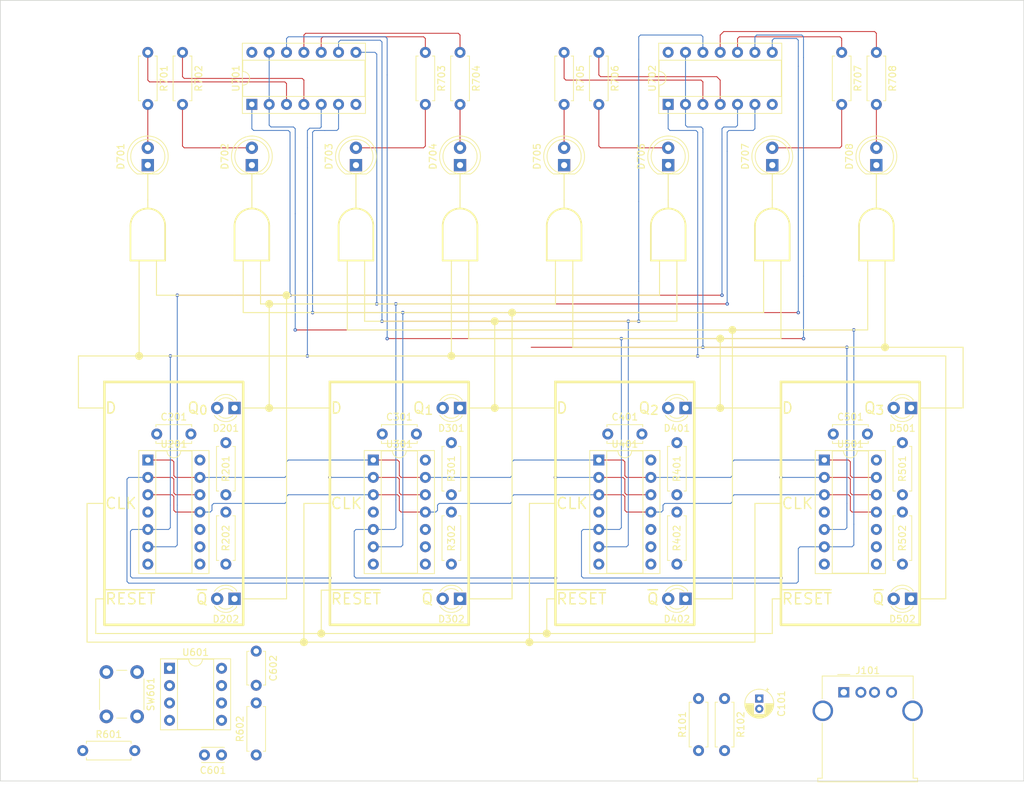
<source format=kicad_pcb>
(kicad_pcb (version 20211014) (generator pcbnew)
  (layers (0 "F.Cu" signal) (31 "B.Cu" signal) (34 "B.Paste" user) (35 "F.Paste" user) (36 "B.SilkS" user "B.Silkscreen") (37 "F.SilkS" user "F.Silkscreen") (38 "B.Mask" user) (39 "F.Mask" user) (44 "Edge.Cuts" user))
  (net 0 "")
  (net 1 "/~{RESET}")
  (net 2 "GND")
  (net 3 "+5V")
  (net 4 "Net-(J101-Pad2)")
  (net 6 "Net-(C601-Pad1)")
  (net 7 "Net-(C602-Pad2)")
  (net 8 "Net-(R601-Pad2)")
  (net 9 "/~{Q_{3}}")
  (net 10 "Net-(D202-Pad2)")
  (net 11 "Net-(D301-Pad2)")
  (net 12 "Net-(D302-Pad2)")
  (net 13 "Net-(D402-Pad2)")
  (net 14 "Net-(R202-Pad1)")
  (net 15 "Net-(R301-Pad1)")
  (net 16 "Net-(R302-Pad1)")
  (net 17 "Net-(R402-Pad1)")
  (net 18 "/CLOCK")
  (net 19 "/Q_{0}")
  (net 20 "/~{Q_{0}}")
  (net 21 "/Q_{1}")
  (net 22 "Net-(D201-Pad2)")
  (net 23 "Net-(D401-Pad2)")
  (net 24 "Net-(D501-Pad2)")
  (net 25 "Net-(D502-Pad2)")
  (net 26 "Net-(R201-Pad1)")
  (net 27 "Net-(R401-Pad1)")
  (net 28 "Net-(R501-Pad1)")
  (net 29 "Net-(R502-Pad1)")
  (net 30 "/~{Q_{1}}")
  (net 31 "/Q_{2}")
  (net 32 "/~{Q_{2}}")
  (net 33 "/Q_{3}")
  (net 34 "/Decoder/Out0")
  (net 35 "/Decoder/Out1")
  (net 36 "/Decoder/Out2")
  (net 37 "/Decoder/Out3")
  (net 38 "Net-(R702-Pad1)")
  (net 39 "Net-(R703-Pad1)")
  (net 40 "Net-(R704-Pad1)")
  (net 41 "Net-(U701-Pad3)")
  (net 42 "/Decoder/Out4")
  (net 43 "/Decoder/Out5")
  (net 44 "/Decoder/Out6")
  (net 45 "/Decoder/Out7")
  (net 46 "Net-(R705-Pad1)")
  (net 47 "Net-(R706-Pad1)")
  (net 48 "Net-(R707-Pad1)")
  (net 49 "Net-(R708-Pad1)")
  (footprint "Resistor_THT:R_Axial_DIN0207_L6.3mm_D2.5mm_P7.62mm_Horizontal" (layer "F.Cu") (at 191.77 52.07 -90)
    (fp_text reference "R706")
    (fp_text value "4k7")
  )
  (footprint "LED_THT:LED_D5.0mm" (layer "F.Cu") (at 140.97 68.58 90)
    (fp_text reference "D702")
    (fp_text value "LED")
  )
  (footprint "Package_DIP:DIP-14_W7.62mm_Socket" (layer "F.Cu") (at 201.925 59.68 90)
    (fp_text reference "U702")
    (fp_text value "4081")
  )
  (footprint "Resistor_THT:R_Axial_DIN0207_L6.3mm_D2.5mm_P7.62mm_Horizontal" (layer "F.Cu") (at 137.16 116.84 90)
    (fp_text reference "R201")
    (fp_text value "4k7")
  )
  (footprint "Resistor_THT:R_Axial_DIN0207_L6.3mm_D2.5mm_P7.62mm_Horizontal" (layer "F.Cu") (at 236.22 116.84 90)
    (fp_text reference "R501")
    (fp_text value "4k7")
  )
  (footprint "LED_THT:LED_D3.0mm" (layer "F.Cu") (at 138.43 132.08 180)
    (fp_text reference "D202")
    (fp_text value "LED")
  )
  (footprint "Resistor_THT:R_Axial_DIN0207_L6.3mm_D2.5mm_P7.62mm_Horizontal" (layer "F.Cu") (at 186.69 52.07 -90)
    (fp_text reference "R705")
    (fp_text value "4k7")
  )
  (footprint "Resistor_THT:R_Axial_DIN0207_L6.3mm_D2.5mm_P7.62mm_Horizontal" (layer "F.Cu") (at 171.45 52.07 -90)
    (fp_text reference "R704")
    (fp_text value "4k7")
  )
  (footprint "LED_THT:LED_D3.0mm" (layer "F.Cu") (at 237.49 104.14 180)
    (fp_text reference "D501")
    (fp_text value "LED")
  )
  (footprint "Resistor_THT:R_Axial_DIN0207_L6.3mm_D2.5mm_P7.62mm_Horizontal" (layer "F.Cu") (at 232.41 52.07 -90)
    (fp_text reference "R708")
    (fp_text value "4k7")
  )
  (footprint "Resistor_THT:R_Axial_DIN0207_L6.3mm_D2.5mm_P7.62mm_Horizontal" (layer "F.Cu") (at 130.81 52.07 -90)
    (fp_text reference "R702")
    (fp_text value "4k7")
  )
  (footprint "Resistor_THT:R_Axial_DIN0207_L6.3mm_D2.5mm_P7.62mm_Horizontal" (layer "F.Cu") (at 203.2 116.84 90)
    (fp_text reference "R401")
    (fp_text value "4k7")
  )
  (footprint "Package_DIP:DIP-14_W7.62mm_Socket" (layer "F.Cu") (at 191.77 111.76)
    (fp_text reference "U401")
    (fp_text value "74HC74")
  )
  (footprint "Resistor_THT:R_Axial_DIN0207_L6.3mm_D2.5mm_P7.62mm_Horizontal" (layer "F.Cu") (at 116.205 154.305)
    (fp_text reference "R601")
    (fp_text value "22k")
  )
  (footprint "Resistor_THT:R_Axial_DIN0207_L6.3mm_D2.5mm_P7.62mm_Horizontal" (layer "F.Cu") (at 210.185 146.685 -90)
    (fp_text reference "R102")
    (fp_text value "100k")
  )
  (footprint "Resistor_THT:R_Axial_DIN0207_L6.3mm_D2.5mm_P7.62mm_Horizontal" (layer "F.Cu") (at 206.375 154.305 90)
    (fp_text reference "R101")
    (fp_text value "1k")
  )
  (footprint "Resistor_THT:R_Axial_DIN0207_L6.3mm_D2.5mm_P7.62mm_Horizontal" (layer "F.Cu") (at 137.16 119.38 -90)
    (fp_text reference "R202")
    (fp_text value "4k7")
  )
  (footprint "Capacitor_THT:C_Disc_D5.0mm_W2.5mm_P5.00mm" (layer "F.Cu") (at 226.1 107.95)
    (fp_text reference "C501")
    (fp_text value "100n")
  )
  (footprint "Capacitor_THT:C_Disc_D3.0mm_W2.0mm_P2.50mm" (layer "F.Cu") (at 136.525 154.94 180)
    (fp_text reference "C601")
    (fp_text value "10nF")
  )
  (footprint "LED_THT:LED_D3.0mm" (layer "F.Cu") (at 171.45 104.14 180)
    (fp_text reference "D301")
    (fp_text value "LED")
  )
  (footprint "Capacitor_THT:CP_Radial_D4.0mm_P1.50mm" (layer "F.Cu") (at 215.265 146.685 -90)
    (fp_text reference "C101")
    (fp_text value "10u")
  )
  (footprint "Package_DIP:DIP-14_W7.62mm_Socket" (layer "F.Cu") (at 158.75 111.76)
    (fp_text reference "U301")
    (fp_text value "74HC74")
  )
  (footprint "Capacitor_THT:C_Disc_D5.0mm_W2.5mm_P5.00mm" (layer "F.Cu") (at 127.04 107.95)
    (fp_text reference "C201")
    (fp_text value "100n")
  )
  (footprint "Package_DIP:DIP-14_W7.62mm_Socket" (layer "F.Cu") (at 140.965 59.68 90)
    (fp_text reference "U701")
    (fp_text value "4081")
  )
  (footprint "LED_THT:LED_D5.0mm" (layer "F.Cu") (at 232.41 68.58 90)
    (fp_text reference "D708")
    (fp_text value "LED")
  )
  (footprint "Resistor_THT:R_Axial_DIN0207_L6.3mm_D2.5mm_P7.62mm_Horizontal" (layer "F.Cu") (at 170.18 116.84 90)
    (fp_text reference "R301")
    (fp_text value "4k7")
  )
  (footprint "Capacitor_THT:C_Disc_D5.0mm_W2.5mm_P5.00mm" (layer "F.Cu") (at 160.06 107.95)
    (fp_text reference "C301")
    (fp_text value "100n")
  )
  (footprint "Resistor_THT:R_Axial_DIN0207_L6.3mm_D2.5mm_P7.62mm_Horizontal" (layer "F.Cu") (at 170.18 119.38 -90)
    (fp_text reference "R302")
    (fp_text value "4k7")
  )
  (footprint "Resistor_THT:R_Axial_DIN0207_L6.3mm_D2.5mm_P7.62mm_Horizontal" (layer "F.Cu") (at 227.33 52.07 -90)
    (fp_text reference "R707")
    (fp_text value "4k7")
  )
  (footprint "LED_THT:LED_D5.0mm" (layer "F.Cu") (at 156.21 68.58 90)
    (fp_text reference "D703")
    (fp_text value "LED")
  )
  (footprint "Button_Switch_THT:SW_PUSH_6mm_H4.3mm" (layer "F.Cu") (at 124.17 142.8 -90)
    (fp_text reference "SW601")
    (fp_text value "SW_Push")
  )
  (footprint "Resistor_THT:R_Axial_DIN0207_L6.3mm_D2.5mm_P7.62mm_Horizontal" (layer "F.Cu") (at 141.605 154.94 90)
    (fp_text reference "R602")
    (fp_text value "1M")
  )
  (footprint "LED_THT:LED_D3.0mm" (layer "F.Cu") (at 138.43 104.14 180)
    (fp_text reference "D201")
    (fp_text value "LED")
  )
  (footprint "LED_THT:LED_D5.0mm" (layer "F.Cu") (at 186.69 68.58 90)
    (fp_text reference "D705")
    (fp_text value "LED")
  )
  (footprint "LED_THT:LED_D3.0mm" (layer "F.Cu") (at 204.47 104.14 180)
    (fp_text reference "D401")
    (fp_text value "LED")
  )
  (footprint "Capacitor_THT:C_Disc_D5.0mm_W2.5mm_P5.00mm" (layer "F.Cu") (at 193.08 107.95)
    (fp_text reference "C401")
    (fp_text value "100n")
  )
  (footprint "Package_DIP:DIP-14_W7.62mm_Socket" (layer "F.Cu") (at 125.74 111.76)
    (fp_text reference "U201")
    (fp_text value "74HC74")
  )
  (footprint "LED_THT:LED_D5.0mm" (layer "F.Cu") (at 125.73 68.58 90)
    (fp_text reference "D701")
    (fp_text value "LED")
  )
  (footprint "LED_THT:LED_D3.0mm" (layer "F.Cu") (at 237.49 132.08 180)
    (fp_text reference "D502")
    (fp_text value "LED")
  )
  (footprint "LED_THT:LED_D3.0mm" (layer "F.Cu") (at 171.45 132.08 180)
    (fp_text reference "D302")
    (fp_text value "LED")
  )
  (footprint "Resistor_THT:R_Axial_DIN0207_L6.3mm_D2.5mm_P7.62mm_Horizontal" (layer "F.Cu") (at 166.37 52.07 -90)
    (fp_text reference "R703")
    (fp_text value "4k7")
  )
  (footprint "LED_THT:LED_D5.0mm" (layer "F.Cu") (at 171.45 68.58 90)
    (fp_text reference "D704")
    (fp_text value "LED")
  )
  (footprint "Resistor_THT:R_Axial_DIN0207_L6.3mm_D2.5mm_P7.62mm_Horizontal" (layer "F.Cu") (at 203.2 119.38 -90)
    (fp_text reference "R402")
    (fp_text value "4k7")
  )
  (footprint "Resistor_THT:R_Axial_DIN0207_L6.3mm_D2.5mm_P7.62mm_Horizontal" (layer "F.Cu") (at 236.22 119.38 -90)
    (fp_text reference "R502")
    (fp_text value "4k7")
  )
  (footprint "Package_DIP:DIP-14_W7.62mm_Socket" (layer "F.Cu") (at 224.79 111.76)
    (fp_text reference "U501")
    (fp_text value "74HC74")
  )
  (footprint "LED_THT:LED_D5.0mm" (layer "F.Cu") (at 217.17 68.58 90)
    (fp_text reference "D707")
    (fp_text value "LED")
  )
  (footprint "Package_DIP:DIP-8_W7.62mm_Socket" (layer "F.Cu") (at 128.915 142.25)
    (fp_text reference "U601")
    (fp_text value "LM555xM")
  )
  (footprint "Connector_USB:USB_A_Molex_67643_Horizontal" (layer "F.Cu") (at 227.64 145.77)
    (fp_text reference "J101")
    (fp_text value "USB_A")
  )
  (footprint "LED_THT:LED_D3.0mm" (layer "F.Cu") (at 204.47 132.08 180)
    (fp_text reference "D402")
    (fp_text value "LED")
  )
  (footprint "LED_THT:LED_D5.0mm" (layer "F.Cu") (at 201.93 68.58 90)
    (fp_text reference "D706")
    (fp_text value "LED")
  )
  (footprint "Capacitor_THT:C_Disc_D4.7mm_W2.5mm_P5.00mm" (layer "F.Cu") (at 141.605 139.74 -90)
    (fp_text reference "C602")
    (fp_text value "0.1u")
  )
  (footprint "Resistor_THT:R_Axial_DIN0207_L6.3mm_D2.5mm_P7.62mm_Horizontal" (layer "F.Cu") (at 125.73 52.07 -90)
    (fp_text reference "R701")
    (fp_text value "4k7")
  )
  (gr_line (start 187.96 83.82) (end 187.96 82.55) (layer "F.SilkS") (width 0.15))
  (gr_line (start 143.51 82.55) (end 143.51 77.47) (layer "F.SilkS") (width 0.254))
  (gr_line (start 148.59 118.11) (end 148.59 138.43) (layer "F.SilkS") (width 0.15))
  (gr_line (start 153.67 77.47) (end 153.67 82.55) (layer "F.SilkS") (width 0.254))
  (gr_line (start 209.55 104.14) (end 209.55 93.98) (layer "F.SilkS") (width 0.15))
  (gr_line (start 217.17 73.66) (end 217.17 69.81) (layer "F.SilkS") (width 0.15))
  (gr_line (start 176.53 91.44) (end 170.18 91.44) (layer "F.SilkS") (width 0.15))
  (gr_line (start 201.93 73.66) (end 201.93 69.87) (layer "F.SilkS") (width 0.15))
  (gr_line (start 215.9 90.17) (end 215.9 83.82) (layer "F.SilkS") (width 0.15))
  (gr_line (start 158.75 82.55) (end 158.75 77.47) (layer "F.SilkS") (width 0.254))
  (gr_line (start 200.66 87.63) (end 200.66 83.82) (layer "F.SilkS") (width 0.15))
  (gr_line (start 185.42 118.11) (end 181.61 118.11) (layer "F.SilkS") (width 0.15))
  (gr_line (start 211.328 132.08) (end 211.328 92.71) (layer "F.SilkS") (width 0.15))
  (gr_line (start 217.17 137.16) (end 217.17 132.08) (layer "F.SilkS") (width 0.15))
  (gr_line (start 232.41 74.93) (end 232.41 73.66) (layer "F.SilkS") (width 0.15))
  (gr_line (start 186.69 73.66) (end 186.69 69.81) (layer "F.SilkS") (width 0.15))
  (gr_line (start 187.96 95.25) (end 245.11 95.25) (layer "F.SilkS") (width 0.15))
  (gr_line (start 184.15 82.55) (end 189.23 82.55) (layer "F.SilkS") (width 0.254))
  (gr_circle (center 124.46 96.52) (end 124.968 96.52) (layer "F.SilkS") (width 0.15) (fill solid))
  (gr_arc (start 153.67 77.47) (mid 156.21 74.93) (end 158.75 77.47) (layer "F.SilkS") (width 0.254))
  (gr_line (start 125.73 74.93) (end 125.73 73.66) (layer "F.SilkS") (width 0.15))
  (gr_line (start 177.8 90.17) (end 215.9 90.17) (layer "F.SilkS") (width 0.15))
  (gr_arc (start 184.15 77.47) (mid 186.69 74.93) (end 189.23 77.47) (layer "F.SilkS") (width 0.254))
  (gr_line (start 168.91 82.55) (end 173.99 82.55) (layer "F.SilkS") (width 0.254))
  (gr_line (start 124.46 96.52) (end 124.46 83.82) (layer "F.SilkS") (width 0.15))
  (gr_circle (center 148.59 138.43) (end 149.098 138.43) (layer "F.SilkS") (width 0.15) (fill solid))
  (gr_line (start 233.68 83.82) (end 233.68 82.55) (layer "F.SilkS") (width 0.15))
  (gr_line (start 153.67 82.55) (end 158.75 82.55) (layer "F.SilkS") (width 0.254))
  (gr_line (start 209.55 93.98) (end 218.44 93.98) (layer "F.SilkS") (width 0.15))
  (gr_circle (center 184.15 137.16) (end 184.658 137.16) (layer "F.SilkS") (width 0.15) (fill solid))
  (gr_line (start 139.7 104.14) (end 152.4 104.14) (layer "F.SilkS") (width 0.15))
  (gr_line (start 205.74 132.08) (end 211.328 132.08) (layer "F.SilkS") (width 0.15))
  (gr_line (start 172.72 92.71) (end 154.94 92.71) (layer "F.SilkS") (width 0.15))
  (gr_line (start 232.41 73.66) (end 232.41 69.87) (layer "F.SilkS") (width 0.15))
  (gr_line (start 177.8 90.17) (end 139.7 90.17) (layer "F.SilkS") (width 0.15))
  (gr_line (start 200.66 82.55) (end 200.66 83.82) (layer "F.SilkS") (width 0.15))
  (gr_line (start 218.44 83.82) (end 218.44 82.55) (layer "F.SilkS") (width 0.15))
  (gr_line (start 170.18 82.55) (end 170.18 83.82) (layer "F.SilkS") (width 0.15))
  (gr_line (start 229.87 82.55) (end 234.95 82.55) (layer "F.SilkS") (width 0.254))
  (gr_line (start 203.2 83.82) (end 203.2 82.55) (layer "F.SilkS") (width 0.15))
  (gr_line (start 168.91 77.47) (end 168.91 82.55) (layer "F.SilkS") (width 0.254))
  (gr_line (start 185.42 88.9) (end 185.42 83.82) (layer "F.SilkS") (width 0.15))
  (gr_line (start 152.4 118.11) (end 148.59 118.11) (layer "F.SilkS") (width 0.15))
  (gr_line (start 138.43 82.55) (end 143.51 82.55) (layer "F.SilkS") (width 0.254))
  (gr_line (start 181.61 118.11) (end 181.61 138.43) (layer "F.SilkS") (width 0.15))
  (gr_line (start 116.84 138.43) (end 214.63 138.43) (layer "F.SilkS") (width 0.15))
  (gr_line (start 204.47 82.55) (end 204.47 77.47) (layer "F.SilkS") (width 0.254))
  (gr_circle (center 146.05 87.63) (end 146.558 87.63) (layer "F.SilkS") (width 0.15) (fill solid))
  (gr_line (start 142.24 88.9) (end 142.24 83.82) (layer "F.SilkS") (width 0.15))
  (gr_line (start 139.7 82.55) (end 139.7 83.82) (layer "F.SilkS") (width 0.15))
  (gr_rect (start 185.42 100.33) (end 205.74 135.89) (layer "F.SilkS") (width 0.381) (fill none))
  (gr_line (start 156.21 73.66) (end 156.21 69.81) (layer "F.SilkS") (width 0.15))
  (gr_circle (center 176.53 91.44) (end 177.038 91.44) (layer "F.SilkS") (width 0.15) (fill solid))
  (gr_line (start 171.45 73.66) (end 171.45 69.81) (layer "F.SilkS") (width 0.15))
  (gr_line (start 171.45 74.93) (end 171.45 73.66) (layer "F.SilkS") (width 0.15))
  (gr_line (start 116.84 118.11) (end 116.84 138.43) (layer "F.SilkS") (width 0.15))
  (gr_line (start 229.87 77.47) (end 229.87 82.55) (layer "F.SilkS") (width 0.254))
  (gr_line (start 205.74 104.14) (end 218.44 104.14) (layer "F.SilkS") (width 0.15))
  (gr_line (start 217.17 132.08) (end 218.44 132.08) (layer "F.SilkS") (width 0.15))
  (gr_line (start 231.14 92.71) (end 231.14 83.82) (layer "F.SilkS") (width 0.15))
  (gr_line (start 214.63 118.11) (end 218.44 118.11) (layer "F.SilkS") (width 0.15))
  (gr_line (start 194.31 93.98) (end 172.72 93.98) (layer "F.SilkS") (width 0.15))
  (gr_line (start 238.76 132.08) (end 242.57 132.08) (layer "F.SilkS") (width 0.15))
  (gr_line (start 214.63 82.55) (end 219.71 82.55) (layer "F.SilkS") (width 0.254))
  (gr_line (start 219.71 82.55) (end 219.71 77.47) (layer "F.SilkS") (width 0.254))
  (gr_line (start 142.24 83.82) (end 142.24 82.55) (layer "F.SilkS") (width 0.15))
  (gr_line (start 185.42 132.08) (end 184.15 132.08) (layer "F.SilkS") (width 0.15))
  (gr_line (start 119.38 132.08) (end 118.11 132.08) (layer "F.SilkS") (width 0.15))
  (gr_line (start 242.57 132.08) (end 242.57 96.52) (layer "F.SilkS") (width 0.15))
  (gr_circle (center 170.18 96.52) (end 170.688 96.52) (layer "F.SilkS") (width 0.15) (fill solid))
  (gr_line (start 245.11 104.14) (end 245.11 95.25) (layer "F.SilkS") (width 0.15))
  (gr_line (start 138.43 87.63) (end 127 87.63) (layer "F.SilkS") (width 0.15))
  (gr_circle (center 209.55 93.98) (end 210.058 93.98) (layer "F.SilkS") (width 0.15) (fill solid))
  (gr_circle (center 176.53 104.14) (end 177.038 104.14) (layer "F.SilkS") (width 0.15) (fill solid))
  (gr_line (start 123.19 82.55) (end 128.27 82.55) (layer "F.SilkS") (width 0.254))
  (gr_line (start 210.82 92.71) (end 231.14 92.71) (layer "F.SilkS") (width 0.15))
  (gr_line (start 199.39 77.47) (end 199.39 82.55) (layer "F.SilkS") (width 0.254))
  (gr_line (start 170.18 83.82) (end 170.18 96.52) (layer "F.SilkS") (width 0.15))
  (gr_line (start 172.72 132.08) (end 179.07 132.08) (layer "F.SilkS") (width 0.15))
  (gr_line (start 139.7 132.08) (end 146.05 132.08) (layer "F.SilkS") (width 0.15))
  (gr_line (start 242.57 96.52) (end 115.57 96.52) (layer "F.SilkS") (width 0.15))
  (gr_line (start 173.99 82.55) (end 173.99 77.47) (layer "F.SilkS") (width 0.254))
  (gr_line (start 218.44 93.98) (end 218.44 83.82) (layer "F.SilkS") (width 0.15))
  (gr_circle (center 143.51 88.9) (end 144.018 88.9) (layer "F.SilkS") (width 0.15) (fill solid))
  (gr_circle (center 209.55 104.14) (end 210.058 104.14) (layer "F.SilkS") (width 0.15) (fill solid))
  (gr_line (start 214.63 138.43) (end 214.63 118.11) (layer "F.SilkS") (width 0.15))
  (gr_line (start 140.97 73.66) (end 140.97 69.87) (layer "F.SilkS") (width 0.15))
  (gr_line (start 172.72 104.14) (end 185.42 104.14) (layer "F.SilkS") (width 0.15))
  (gr_arc (start 168.91 77.47) (mid 171.45 74.93) (end 173.99 77.47) (layer "F.SilkS") (width 0.254))
  (gr_arc (start 229.87 77.47) (mid 232.41 74.93) (end 234.95 77.47) (layer "F.SilkS") (width 0.254))
  (gr_line (start 176.53 104.14) (end 176.53 91.44) (layer "F.SilkS") (width 0.15))
  (gr_line (start 233.68 95.25) (end 233.68 83.82) (layer "F.SilkS") (width 0.15))
  (gr_circle (center 211.328 92.71) (end 211.836 92.71) (layer "F.SilkS") (width 0.15) (fill solid))
  (gr_line (start 125.73 73.66) (end 125.73 69.81) (layer "F.SilkS") (width 0.15))
  (gr_line (start 179.07 132.08) (end 179.07 90.17) (layer "F.SilkS") (width 0.15))
  (gr_line (start 157.48 91.44) (end 157.48 83.82) (layer "F.SilkS") (width 0.15))
  (gr_circle (center 179.07 90.17) (end 179.578 90.17) (layer "F.SilkS") (width 0.15) (fill solid))
  (gr_line (start 143.51 88.9) (end 142.24 88.9) (layer "F.SilkS") (width 0.15))
  (gr_line (start 143.51 88.9) (end 185.42 88.9) (layer "F.SilkS") (width 0.15))
  (gr_line (start 172.72 83.82) (end 172.72 82.55) (layer "F.SilkS") (width 0.15))
  (gr_line (start 140.97 74.93) (end 140.97 73.66) (layer "F.SilkS") (width 0.15))
  (gr_line (start 210.82 92.71) (end 172.72 92.71) (layer "F.SilkS") (width 0.15))
  (gr_line (start 184.15 77.47) (end 184.15 82.55) (layer "F.SilkS") (width 0.254))
  (gr_line (start 115.57 104.14) (end 119.38 104.14) (layer "F.SilkS") (width 0.15))
  (gr_line (start 187.96 83.82) (end 187.96 95.25) (layer "F.SilkS") (width 0.15))
  (gr_line (start 124.46 82.55) (end 124.46 83.82) (layer "F.SilkS") (width 0.15))
  (gr_circle (center 233.68 95.25) (end 234.188 95.25) (layer "F.SilkS") (width 0.15) (fill solid))
  (gr_line (start 154.94 92.71) (end 154.94 83.82) (layer "F.SilkS") (width 0.15))
  (gr_line (start 189.23 82.55) (end 189.23 77.47) (layer "F.SilkS") (width 0.254))
  (gr_line (start 152.4 130.81) (end 151.13 130.81) (layer "F.SilkS") (width 0.15))
  (gr_circle (center 151.13 137.16) (end 151.638 137.16) (layer "F.SilkS") (width 0.15) (fill solid))
  (gr_line (start 157.48 83.82) (end 157.48 82.55) (layer "F.SilkS") (width 0.15))
  (gr_line (start 115.57 96.52) (end 115.57 104.14) (layer "F.SilkS") (width 0.15))
  (gr_line (start 128.27 82.55) (end 128.27 77.47) (layer "F.SilkS") (width 0.254))
  (gr_line (start 146.05 132.08) (end 146.05 87.63) (layer "F.SilkS") (width 0.15))
  (gr_line (start 184.15 132.08) (end 184.15 137.16) (layer "F.SilkS") (width 0.15))
  (gr_line (start 118.11 132.08) (end 118.11 137.16) (layer "F.SilkS") (width 0.15))
  (gr_line (start 176.53 91.44) (end 203.2 91.44) (layer "F.SilkS") (width 0.15))
  (gr_arc (start 123.19 77.47) (mid 125.73 74.93) (end 128.27 77.47) (layer "F.SilkS") (width 0.254))
  (gr_rect (start 218.44 100.33) (end 238.76 135.89) (layer "F.SilkS") (width 0.381) (fill none))
  (gr_rect (start 119.38 100.33) (end 139.7 135.89) (layer "F.SilkS") (width 0.381) (fill none))
  (gr_line (start 127 83.82) (end 127 82.55) (layer "F.SilkS") (width 0.15))
  (gr_line (start 138.43 77.47) (end 138.43 82.55) (layer "F.SilkS") (width 0.254))
  (gr_line (start 231.14 82.55) (end 231.14 83.82) (layer "F.SilkS") (width 0.15))
  (gr_line (start 143.51 104.14) (end 143.51 88.9) (layer "F.SilkS") (width 0.15))
  (gr_arc (start 138.43 77.47) (mid 140.97 74.93) (end 143.51 77.47) (layer "F.SilkS") (width 0.254))
  (gr_line (start 215.9 82.55) (end 215.9 83.82) (layer "F.SilkS") (width 0.15))
  (gr_line (start 234.95 82.55) (end 234.95 77.47) (layer "F.SilkS") (width 0.254))
  (gr_line (start 203.2 91.44) (end 203.2 83.82) (layer "F.SilkS") (width 0.15))
  (gr_line (start 139.7 90.17) (end 139.7 83.82) (layer "F.SilkS") (width 0.15))
  (gr_line (start 151.13 130.81) (end 151.13 137.16) (layer "F.SilkS") (width 0.15))
  (gr_line (start 172.72 93.98) (end 172.72 83.82) (layer "F.SilkS") (width 0.15))
  (gr_line (start 123.19 77.47) (end 123.19 82.55) (layer "F.SilkS") (width 0.254))
  (gr_line (start 144.78 87.63) (end 200.66 87.63) (layer "F.SilkS") (width 0.15))
  (gr_line (start 214.63 77.47) (end 214.63 82.55) (layer "F.SilkS") (width 0.254))
  (gr_line (start 118.11 137.16) (end 217.17 137.16) (layer "F.SilkS") (width 0.15))
  (gr_line (start 154.94 82.55) (end 154.94 83.82) (layer "F.SilkS") (width 0.15))
  (gr_line (start 119.38 118.11) (end 116.84 118.11) (layer "F.SilkS") (width 0.15))
  (gr_line (start 156.21 74.93) (end 156.21 73.66) (layer "F.SilkS") (width 0.15))
  (gr_line (start 217.17 74.93) (end 217.17 73.66) (layer "F.SilkS") (width 0.15))
  (gr_line (start 127 87.63) (end 127 83.82) (layer "F.SilkS") (width 0.15))
  (gr_line (start 238.76 104.14) (end 245.11 104.14) (layer "F.SilkS") (width 0.15))
  (gr_arc (start 199.39 77.47) (mid 201.93 74.93) (end 204.47 77.47) (layer "F.SilkS") (width 0.254))
  (gr_line (start 199.39 82.55) (end 204.47 82.55) (layer "F.SilkS") (width 0.254))
  (gr_line (start 201.93 74.93) (end 201.93 73.66) (layer "F.SilkS") (width 0.15))
  (gr_circle (center 181.61 138.43) (end 182.118 138.43) (layer "F.SilkS") (width 0.15) (fill solid))
  (gr_line (start 209.55 93.98) (end 194.31 93.98) (layer "F.SilkS") (width 0.15))
  (gr_arc (start 214.63 77.47) (mid 217.17 74.93) (end 219.71 77.47) (layer "F.SilkS") (width 0.254))
  (gr_line (start 144.78 87.63) (end 138.43 87.63) (layer "F.SilkS") (width 0.15))
  (gr_line (start 170.18 91.44) (end 157.48 91.44) (layer "F.SilkS") (width 0.15))
  (gr_rect (start 152.4 100.33) (end 172.72 135.89) (layer "F.SilkS") (width 0.381) (fill none))
  (gr_line (start 185.42 82.55) (end 185.42 83.82) (layer "F.SilkS") (width 0.15))
  (gr_circle (center 143.51 104.14) (end 144.018 104.14) (layer "F.SilkS") (width 0.15) (fill solid))
  (gr_line (start 186.69 74.93) (end 186.69 73.66) (layer "F.SilkS") (width 0.15))
  (gr_rect (start 254 158.75) (end 104.14 44.45) (layer "Edge.Cuts") (width 0.1) (fill none))
  (gr_text "CLK" (at 119.38 118.11) (layer "F.SilkS") (effects (font (size 1.6256 1.6256) (thickness 0.2032)) (justify left)))
  (gr_text "Q_{0}" (at 134.62 104.14) (layer "F.SilkS") (effects (font (size 1.6256 1.6256) (thickness 0.2032)) (justify right)))
  (gr_text "~{RESET}" (at 152.4 132.08) (layer "F.SilkS") (effects (font (size 1.6256 1.6256) (thickness 0.2032)) (justify left)))
  (gr_text "D" (at 218.44 104.14) (layer "F.SilkS") (effects (font (size 1.6256 1.6256) (thickness 0.2032)) (justify left)))
  (gr_text "CLK" (at 185.42 118.11) (layer "F.SilkS") (effects (font (size 1.6256 1.6256) (thickness 0.2032)) (justify left)))
  (gr_text "~{RESET}" (at 119.38 132.08) (layer "F.SilkS") (effects (font (size 1.6256 1.6256) (thickness 0.2032)) (justify left)))
  (gr_text "~{Q}" (at 233.68 132.08) (layer "F.SilkS") (effects (font (size 1.6256 1.6256) (thickness 0.2032)) (justify right)))
  (gr_text "~{RESET}" (at 185.42 132.08) (layer "F.SilkS") (effects (font (size 1.6256 1.6256) (thickness 0.2032)) (justify left)))
  (gr_text "~{Q}" (at 134.62 132.08) (layer "F.SilkS") (effects (font (size 1.6256 1.6256) (thickness 0.2032)) (justify right)))
  (gr_text "Q_{3}" (at 233.68 104.14) (layer "F.SilkS") (effects (font (size 1.6256 1.6256) (thickness 0.2032)) (justify right)))
  (gr_text "D" (at 119.38 104.14) (layer "F.SilkS") (effects (font (size 1.6256 1.6256) (thickness 0.2032)) (justify left)))
  (gr_text "~{Q}" (at 200.66 132.08) (layer "F.SilkS") (effects (font (size 1.6256 1.6256) (thickness 0.2032)) (justify right)))
  (gr_text "Q_{1}" (at 167.64 104.14) (layer "F.SilkS") (effects (font (size 1.6256 1.6256) (thickness 0.2032)) (justify right)))
  (gr_text "~{Q}" (at 167.64 132.08) (layer "F.SilkS") (effects (font (size 1.6256 1.6256) (thickness 0.2032)) (justify right)))
  (gr_text "~{RESET}" (at 218.44 132.08) (layer "F.SilkS") (effects (font (size 1.6256 1.6256) (thickness 0.2032)) (justify left)))
  (gr_text "CLK" (at 218.44 118.11) (layer "F.SilkS") (effects (font (size 1.6256 1.6256) (thickness 0.2032)) (justify left)))
  (gr_text "D" (at 185.42 104.14) (layer "F.SilkS") (effects (font (size 1.6256 1.6256) (thickness 0.2032)) (justify left)))
  (gr_text "D" (at 152.4 104.14) (layer "F.SilkS") (effects (font (size 1.6256 1.6256) (thickness 0.2032)) (justify left)))
  (gr_text "CLK" (at 152.4 118.11) (layer "F.SilkS") (effects (font (size 1.6256 1.6256) (thickness 0.2032)) (justify left)))
  (gr_text "Q_{2}" (at 200.66 104.14) (layer "F.SilkS") (effects (font (size 1.6256 1.6256) (thickness 0.2032)) (justify right)))
  (segment (start 129.794 114.3) (end 133.36 114.3) (width 0.127) (layer "F.Cu") (net 1))
  (segment (start 224.79 111.76) (end 228.346 111.76) (width 0.127) (layer "F.Cu") (net 1))
  (segment (start 228.6 112.014) (end 228.6 114.046) (width 0.127) (layer "F.Cu") (net 1))
  (segment (start 195.58 112.014) (end 195.58 114.046) (width 0.127) (layer "F.Cu") (net 1))
  (segment (start 162.56 114.046) (end 162.814 114.3) (width 0.127) (layer "F.Cu") (net 1))
  (segment (start 228.854 114.3) (end 232.41 114.3) (width 0.127) (layer "F.Cu") (net 1))
  (segment (start 228.6 114.046) (end 228.854 114.3) (width 0.127) (layer "F.Cu") (net 1))
  (segment (start 125.74 111.76) (end 129.286 111.76) (width 0.127) (layer "F.Cu") (net 1))
  (segment (start 195.834 114.3) (end 199.39 114.3) (width 0.127) (layer "F.Cu") (net 1))
  (segment (start 129.54 114.046) (end 129.794 114.3) (width 0.127) (layer "F.Cu") (net 1))
  (segment (start 129.286 111.76) (end 129.54 112.014) (width 0.127) (layer "F.Cu") (net 1))
  (segment (start 162.814 114.3) (end 166.37 114.3) (width 0.127) (layer "F.Cu") (net 1))
  (segment (start 195.326 111.76) (end 195.58 112.014) (width 0.127) (layer "F.Cu") (net 1))
  (segment (start 158.75 111.76) (end 162.306 111.76) (width 0.127) (layer "F.Cu") (net 1))
  (segment (start 162.56 112.014) (end 162.56 114.046) (width 0.127) (layer "F.Cu") (net 1))
  (segment (start 195.58 114.046) (end 195.834 114.3) (width 0.127) (layer "F.Cu") (net 1))
  (segment (start 162.306 111.76) (end 162.56 112.014) (width 0.127) (layer "F.Cu") (net 1))
  (segment (start 191.77 111.76) (end 195.326 111.76) (width 0.127) (layer "F.Cu") (net 1))
  (segment (start 228.346 111.76) (end 228.6 112.014) (width 0.127) (layer "F.Cu") (net 1))
  (segment (start 129.54 112.014) (end 129.54 114.046) (width 0.127) (layer "F.Cu") (net 1))
  (segment (start 179.07 112.014) (end 179.324 111.76) (width 0.127) (layer "B.Cu") (net 1))
  (segment (start 146.05 114.046) (end 146.05 112.014) (width 0.127) (layer "B.Cu") (net 1))
  (segment (start 166.37 114.3) (end 178.816 114.3) (width 0.127) (layer "B.Cu") (net 1))
  (segment (start 146.05 112.014) (end 146.304 111.76) (width 0.127) (layer "B.Cu") (net 1))
  (segment (start 178.816 114.3) (end 179.07 114.046) (width 0.127) (layer "B.Cu") (net 1))
  (segment (start 199.39 114.3) (end 211.074 114.3) (width 0.127) (layer "B.Cu") (net 1))
  (segment (start 211.328 112.014) (end 211.582 111.76) (width 0.127) (layer "B.Cu") (net 1))
  (segment (start 146.304 111.76) (end 158.75 111.76) (width 0.127) (layer "B.Cu") (net 1))
  (segment (start 133.36 114.3) (end 145.796 114.3) (width 0.127) (layer "B.Cu") (net 1))
  (segment (start 145.796 114.3) (end 146.05 114.046) (width 0.127) (layer "B.Cu") (net 1))
  (segment (start 211.074 114.3) (end 211.328 114.046) (width 0.127) (layer "B.Cu") (net 1))
  (segment (start 179.324 111.76) (end 191.77 111.76) (width 0.127) (layer "B.Cu") (net 1))
  (segment (start 211.328 114.046) (end 211.328 112.014) (width 0.127) (layer "B.Cu") (net 1))
  (segment (start 211.582 111.76) (end 224.79 111.76) (width 0.127) (layer "B.Cu") (net 1))
  (segment (start 179.07 114.046) (end 179.07 112.014) (width 0.127) (layer "B.Cu") (net 1))
  (segment (start 129.54 114.554) (end 129.54 116.586) (width 0.127) (layer "F.Cu") (net 9))
  (segment (start 129.286 114.3) (end 129.54 114.554) (width 0.127) (layer "F.Cu") (net 9))
  (segment (start 129.54 116.586) (end 129.794 116.84) (width 0.127) (layer "F.Cu") (net 9))
  (segment (start 125.74 114.3) (end 129.286 114.3) (width 0.127) (layer "F.Cu") (net 9))
  (segment (start 147.32 92.71) (end 229.108 92.71) (width 0.127) (layer "F.Cu") (net 9))
  (segment (start 129.794 116.84) (end 133.36 116.84) (width 0.127) (layer "F.Cu") (net 9))
  (via (at 229.108 92.71) (size 0.499999) (drill 0.20066) (layers "F.Cu" "B.Cu") (net 9))
  (via (at 147.32 92.71) (size 0.499999) (drill 0.20066) (layers "F.Cu" "B.Cu") (net 9))
  (segment (start 122.936 129.794) (end 122.682 129.54) (width 0.127) (layer "B.Cu") (net 9))
  (segment (start 143.505 59.68) (end 143.505 52.06) (width 0.127) (layer "B.Cu") (net 9))
  (segment (start 224.79 124.46) (end 228.854 124.46) (width 0.127) (layer "B.Cu") (net 9))
  (segment (start 122.682 129.54) (end 122.682 114.554) (width 0.127) (layer "B.Cu") (net 9))
  (segment (start 220.98 124.714) (end 220.98 129.54) (width 0.127) (layer "B.Cu") (net 9))
  (segment (start 220.98 129.54) (end 220.726 129.794) (width 0.127) (layer "B.Cu") (net 9))
  (segment (start 143.505 62.733) (end 143.764 62.992) (width 0.127) (layer "B.Cu") (net 9))
  (segment (start 143.505 59.68) (end 143.505 62.733) (width 0.127) (layer "B.Cu") (net 9))
  (segment (start 143.764 62.992) (end 147.066 62.992) (width 0.127) (layer "B.Cu") (net 9))
  (segment (start 228.854 124.46) (end 229.108 124.206) (width 0.127) (layer "B.Cu") (net 9))
  (segment (start 221.234 124.46) (end 220.98 124.714) (width 0.127) (layer "B.Cu") (net 9))
  (segment (start 122.936 114.3) (end 125.74 114.3) (width 0.127) (layer "B.Cu") (net 9))
  (segment (start 147.32 63.246) (end 147.32 75.692) (width 0.127) (layer "B.Cu") (net 9))
  (segment (start 147.32 75.692) (end 147.32 92.71) (width 0.127) (layer "B.Cu") (net 9))
  (segment (start 147.066 62.992) (end 147.32 63.246) (width 0.127) (layer "B.Cu") (net 9))
  (segment (start 224.79 124.46) (end 221.234 124.46) (width 0.127) (layer "B.Cu") (net 9))
  (segment (start 229.108 121.158) (end 229.108 96.52) (width 0.127) (layer "B.Cu") (net 9))
  (segment (start 122.682 114.554) (end 122.936 114.3) (width 0.127) (layer "B.Cu") (net 9))
  (segment (start 229.108 124.206) (end 229.108 121.158) (width 0.127) (layer "B.Cu") (net 9))
  (segment (start 229.108 96.52) (end 229.108 92.71) (width 0.127) (layer "B.Cu") (net 9))
  (segment (start 220.726 129.794) (end 122.936 129.794) (width 0.127) (layer "B.Cu") (net 9))
  (segment (start 224.79 116.84) (end 228.346 116.84) (width 0.127) (layer "F.Cu") (net 18))
  (segment (start 158.75 116.84) (end 162.306 116.84) (width 0.127) (layer "F.Cu") (net 18))
  (segment (start 191.77 116.84) (end 195.326 116.84) (width 0.127) (layer "F.Cu") (net 18))
  (segment (start 228.854 119.38) (end 232.41 119.38) (width 0.127) (layer "F.Cu") (net 18))
  (segment (start 228.6 117.094) (end 228.6 119.126) (width 0.127) (layer "F.Cu") (net 18))
  (segment (start 129.54 119.126) (end 129.794 119.38) (width 0.127) (layer "F.Cu") (net 18))
  (segment (start 195.58 119.126) (end 195.834 119.38) (width 0.127) (layer "F.Cu") (net 18))
  (segment (start 129.794 119.38) (end 133.36 119.38) (width 0.127) (layer "F.Cu") (net 18))
  (segment (start 162.56 119.126) (end 162.814 119.38) (width 0.127) (layer "F.Cu") (net 18))
  (segment (start 228.6 119.126) (end 228.854 119.38) (width 0.127) (layer "F.Cu") (net 18))
  (segment (start 228.346 116.84) (end 228.6 117.094) (width 0.127) (layer "F.Cu") (net 18))
  (segment (start 162.56 117.094) (end 162.56 119.126) (width 0.127) (layer "F.Cu") (net 18))
  (segment (start 162.814 119.38) (end 166.37 119.38) (width 0.127) (layer "F.Cu") (net 18))
  (segment (start 195.58 117.094) (end 195.58 119.126) (width 0.127) (layer "F.Cu") (net 18))
  (segment (start 195.834 119.38) (end 199.39 119.38) (width 0.127) (layer "F.Cu") (net 18))
  (segment (start 162.306 116.84) (end 162.56 117.094) (width 0.127) (layer "F.Cu") (net 18))
  (segment (start 129.54 117.094) (end 129.54 119.126) (width 0.127) (layer "F.Cu") (net 18))
  (segment (start 125.74 116.84) (end 129.286 116.84) (width 0.127) (layer "F.Cu") (net 18))
  (segment (start 195.326 116.84) (end 195.58 117.094) (width 0.127) (layer "F.Cu") (net 18))
  (segment (start 129.286 116.84) (end 129.54 117.094) (width 0.127) (layer "F.Cu") (net 18))
  (segment (start 178.816 118.11) (end 179.07 117.856) (width 0.127) (layer "B.Cu") (net 18))
  (segment (start 179.07 117.856) (end 179.07 117.094) (width 0.127) (layer "B.Cu") (net 18))
  (segment (start 167.894 119.38) (end 168.148 119.126) (width 0.127) (layer "B.Cu") (net 18))
  (segment (start 133.36 119.38) (end 134.874 119.38) (width 0.127) (layer "B.Cu") (net 18))
  (segment (start 166.37 119.38) (end 167.894 119.38) (width 0.127) (layer "B.Cu") (net 18))
  (segment (start 168.402 118.11) (end 178.816 118.11) (width 0.127) (layer "B.Cu") (net 18))
  (segment (start 146.304 116.84) (end 158.75 116.84) (width 0.127) (layer "B.Cu") (net 18))
  (segment (start 211.074 118.11) (end 211.328 117.856) (width 0.127) (layer "B.Cu") (net 18))
  (segment (start 146.05 117.094) (end 146.304 116.84) (width 0.127) (layer "B.Cu") (net 18))
  (segment (start 179.07 117.094) (end 179.324 116.84) (width 0.127) (layer "B.Cu") (net 18))
  (segment (start 145.796 118.11) (end 146.05 117.856) (width 0.127) (layer "B.Cu") (net 18))
  (segment (start 146.05 117.856) (end 146.05 117.094) (width 0.127) (layer "B.Cu") (net 18))
  (segment (start 201.168 118.364) (end 201.422 118.11) (width 0.127) (layer "B.Cu") (net 18))
  (segment (start 211.328 117.094) (end 211.582 116.84) (width 0.127) (layer "B.Cu") (net 18))
  (segment (start 211.582 116.84) (end 224.79 116.84) (width 0.127) (layer "B.Cu") (net 18))
  (segment (start 201.168 119.126) (end 201.168 118.364) (width 0.127) (layer "B.Cu") (net 18))
  (segment (start 200.914 119.38) (end 201.168 119.126) (width 0.127) (layer "B.Cu") (net 18))
  (segment (start 211.328 117.856) (end 211.328 117.094) (width 0.127) (layer "B.Cu") (net 18))
  (segment (start 201.422 118.11) (end 211.074 118.11) (width 0.127) (layer "B.Cu") (net 18))
  (segment (start 168.148 118.364) (end 168.402 118.11) (width 0.127) (layer "B.Cu") (net 18))
  (segment (start 199.39 119.38) (end 200.914 119.38) (width 0.127) (layer "B.Cu") (net 18))
  (segment (start 135.128 118.364) (end 135.382 118.11) (width 0.127) (layer "B.Cu") (net 18))
  (segment (start 179.324 116.84) (end 191.77 116.84) (width 0.127) (layer "B.Cu") (net 18))
  (segment (start 135.128 119.126) (end 135.128 118.364) (width 0.127) (layer "B.Cu") (net 18))
  (segment (start 168.148 119.126) (end 168.148 118.364) (width 0.127) (layer "B.Cu") (net 18))
  (segment (start 134.874 119.38) (end 135.128 119.126) (width 0.127) (layer "B.Cu") (net 18))
  (segment (start 135.382 118.11) (end 145.796 118.11) (width 0.127) (layer "B.Cu") (net 18))
  (segment (start 129.032 96.52) (end 149.098 96.52) (width 0.127) (layer "F.Cu") (net 19))
  (segment (start 158.75 114.3) (end 162.306 114.3) (width 0.127) (layer "F.Cu") (net 19))
  (segment (start 162.56 114.554) (end 162.56 116.586) (width 0.127) (layer "F.Cu") (net 19))
  (segment (start 162.56 116.586) (end 162.814 116.84) (width 0.127) (layer "F.Cu") (net 19))
  (segment (start 149.098 96.52) (end 206.248 96.52) (width 0.127) (layer "F.Cu") (net 19))
  (segment (start 162.814 116.84) (end 166.37 116.84) (width 0.127) (layer "F.Cu") (net 19))
  (segment (start 152.4 114.3) (end 152.4 129.032) (width 0.127) (layer "F.Cu") (net 19))
  (segment (start 162.306 114.3) (end 162.56 114.554) (width 0.127) (layer "F.Cu") (net 19))
  (via (at 206.248 96.52) (size 0.499999) (drill 0.20066) (layers "F.Cu" "B.Cu") (net 19))
  (via (at 152.4 114.3) (size 0.499999) (drill 0.20066) (layers "F.Cu" "B.Cu") (net 19))
  (via (at 149.098 96.52) (size 0.499999) (drill 0.20066) (layers "F.Cu" "B.Cu") (net 19))
  (via (at 129.032 96.52) (size 0.499999) (drill 0.20066) (layers "F.Cu" "B.Cu") (net 19))
  (via (at 152.4 129.032) (size 0.499999) (drill 0.20066) (layers "F.Cu" "B.Cu") (net 19))
  (segment (start 149.098 63.5) (end 149.098 66.04) (width 0.127) (layer "B.Cu") (net 19))
  (segment (start 201.925 63.241) (end 202.184 63.5) (width 0.127) (layer "B.Cu") (net 19))
  (segment (start 151.125 59.68) (end 151.125 62.987) (width 0.127) (layer "B.Cu") (net 19))
  (segment (start 125.74 121.92) (end 128.778 121.92) (width 0.127) (layer "B.Cu") (net 19))
  (segment (start 206.248 63.754) (end 206.248 96.52) (width 0.127) (layer "B.Cu") (net 19))
  (segment (start 129.032 121.666) (end 129.032 118.364) (width 0.127) (layer "B.Cu") (net 19))
  (segment (start 205.994 63.5) (end 206.248 63.754) (width 0.127) (layer "B.Cu") (net 19))
  (segment (start 149.352 63.246) (end 149.098 63.5) (width 0.127) (layer "B.Cu") (net 19))
  (segment (start 150.876 63.173) (end 149.425 63.173) (width 0.127) (layer "B.Cu") (net 19))
  (segment (start 158.75 114.3) (end 152.4 114.3) (width 0.127) (layer "B.Cu") (net 19))
  (segment (start 123.444 121.92) (end 125.74 121.92) (width 0.127) (layer "B.Cu") (net 19))
  (segment (start 149.425 63.173) (end 149.352 63.246) (width 0.127) (layer "B.Cu") (net 19))
  (segment (start 129.032 118.364) (end 129.032 96.52) (width 0.127) (layer "B.Cu") (net 19))
  (segment (start 123.19 122.174) (end 123.444 121.92) (width 0.127) (layer "B.Cu") (net 19))
  (segment (start 128.778 121.92) (end 129.032 121.666) (width 0.127) (layer "B.Cu") (net 19))
  (segment (start 123.19 128.778) (end 123.19 122.174) (width 0.127) (layer "B.Cu") (net 19))
  (segment (start 150.949 63.173) (end 150.876 63.173) (width 0.127) (layer "B.Cu") (net 19))
  (segment (start 202.184 63.5) (end 205.994 63.5) (width 0.127) (layer "B.Cu") (net 19))
  (segment (start 151.13 62.992) (end 150.949 63.173) (width 0.127) (layer "B.Cu") (net 19))
  (segment (start 152.4 129.032) (end 123.444 129.032) (width 0.127) (layer "B.Cu") (net 19))
  (segment (start 201.925 59.68) (end 201.925 63.241) (width 0.127) (layer "B.Cu") (net 19))
  (segment (start 151.125 62.987) (end 151.13 62.992) (width 0.127) (layer "B.Cu") (net 19))
  (segment (start 149.098 66.04) (end 149.098 96.52) (width 0.127) (layer "B.Cu") (net 19))
  (segment (start 123.444 129.032) (end 123.19 128.778) (width 0.127) (layer "B.Cu") (net 19))
  (segment (start 130.048 87.63) (end 146.558 87.63) (width 0.127) (layer "F.Cu") (net 20))
  (segment (start 146.558 87.63) (end 209.804 87.63) (width 0.127) (layer "F.Cu") (net 20))
  (via (at 146.558 87.63) (size 0.499999) (drill 0.20066) (layers "F.Cu" "B.Cu") (net 20))
  (via (at 130.048 87.63) (size 0.499999) (drill 0.20066) (layers "F.Cu" "B.Cu") (net 20))
  (via (at 209.804 87.63) (size 0.499999) (drill 0.20066) (layers "F.Cu" "B.Cu") (net 20))
  (segment (start 130.048 124.206) (end 130.048 118.364) (width 0.127) (layer "B.Cu") (net 20))
  (segment (start 209.804 64.77) (end 209.804 87.63) (width 0.127) (layer "B.Cu") (net 20))
  (segment (start 146.558 87.63) (end 146.558 63.754) (width 0.127) (layer "B.Cu") (net 20))
  (segment (start 146.558 63.754) (end 146.304 63.5) (width 0.127) (layer "B.Cu") (net 20))
  (segment (start 209.804 63.246) (end 209.804 64.77) (width 0.127) (layer "B.Cu") (net 20))
  (segment (start 210.058 62.992) (end 209.804 63.246) (width 0.127) (layer "B.Cu") (net 20))
  (segment (start 211.836 62.992) (end 210.058 62.992) (width 0.127) (layer "B.Cu") (net 20))
  (segment (start 212.085 62.743) (end 211.836 62.992) (width 0.127) (layer "B.Cu") (net 20))
  (segment (start 130.048 118.364) (end 130.048 87.63) (width 0.127) (layer "B.Cu") (net 20))
  (segment (start 140.965 63.241) (end 140.965 59.68) (width 0.127) (layer "B.Cu") (net 20))
  (segment (start 212.085 59.68) (end 212.085 62.743) (width 0.127) (layer "B.Cu") (net 20))
  (segment (start 129.794 124.46) (end 130.048 124.206) (width 0.127) (layer "B.Cu") (net 20))
  (segment (start 125.74 124.46) (end 129.794 124.46) (width 0.127) (layer "B.Cu") (net 20))
  (segment (start 146.304 63.5) (end 141.224 63.5) (width 0.127) (layer "B.Cu") (net 20))
  (segment (start 141.224 63.5) (end 140.965 63.241) (width 0.127) (layer "B.Cu") (net 20))
  (segment (start 191.77 114.3) (end 195.326 114.3) (width 0.127) (layer "F.Cu") (net 21))
  (segment (start 162.052 88.9) (end 210.566 88.9) (width 0.127) (layer "F.Cu") (net 21))
  (segment (start 195.834 116.84) (end 199.39 116.84) (width 0.127) (layer "F.Cu") (net 21))
  (segment (start 195.58 114.554) (end 195.58 116.586) (width 0.127) (layer "F.Cu") (net 21))
  (segment (start 162.052 88.9) (end 159.258 88.9) (width 0.127) (layer "F.Cu") (net 21))
  (segment (start 195.58 116.586) (end 195.834 116.84) (width 0.127) (layer "F.Cu") (net 21))
  (segment (start 185.42 114.3) (end 185.42 129.032) (width 0.127) (layer "F.Cu") (net 21))
  (segment (start 195.326 114.3) (end 195.58 114.554) (width 0.127) (layer "F.Cu") (net 21))
  (via (at 210.566 88.9) (size 0.499999) (drill 0.20066) (layers "F.Cu" "B.Cu") (net 21))
  (via (at 185.42 129.032) (size 0.499999) (drill 0.20066) (layers "F.Cu" "B.Cu") (net 21))
  (via (at 159.258 88.9) (size 0.499999) (drill 0.20066) (layers "F.Cu" "B.Cu") (net 21))
  (via (at 162.052 88.9) (size 0.499999) (drill 0.20066) (layers "F.Cu" "B.Cu") (net 21))
  (via (at 185.42 114.3) (size 0.499999) (drill 0.20066) (layers "F.Cu" "B.Cu") (net 21))
  (segment (start 185.42 129.032) (end 156.21 129.032) (width 0.127) (layer "B.Cu") (net 21))
  (segment (start 214.625 59.68) (end 214.625 63.251) (width 0.127) (layer "B.Cu") (net 21))
  (segment (start 156.21 129.032) (end 155.956 128.778) (width 0.127) (layer "B.Cu") (net 21))
  (segment (start 214.625 63.251) (end 214.376 63.5) (width 0.127) (layer "B.Cu") (net 21))
  (segment (start 210.566 63.754) (end 210.566 66.548) (width 0.127) (layer "B.Cu") (net 21))
  (segment (start 214.376 63.5) (end 210.82 63.5) (width 0.127) (layer "B.Cu") (net 21))
  (segment (start 155.956 122.174) (end 156.21 121.92) (width 0.127) (layer "B.Cu") (net 21))
  (segment (start 162.052 121.666) (end 162.052 117.602) (width 0.127) (layer "B.Cu") (net 21))
  (segment (start 158.75 121.92) (end 161.798 121.92) (width 0.127) (layer "B.Cu") (net 21))
  (segment (start 159.258 88.9) (end 159.258 52.324) (width 0.127) (layer "B.Cu") (net 21))
  (segment (start 162.052 117.602) (end 162.052 88.9) (width 0.127) (layer "B.Cu") (net 21))
  (segment (start 210.566 66.548) (end 210.566 88.9) (width 0.127) (layer "B.Cu") (net 21))
  (segment (start 156.21 121.92) (end 158.75 121.92) (width 0.127) (layer "B.Cu") (net 21))
  (segment (start 159.258 52.324) (end 158.994 52.06) (width 0.127) (layer "B.Cu") (net 21))
  (segment (start 191.77 114.3) (end 185.42 114.3) (width 0.127) (layer "B.Cu") (net 21))
  (segment (start 161.798 121.92) (end 162.052 121.666) (width 0.127) (layer "B.Cu") (net 21))
  (segment (start 210.82 63.5) (end 210.566 63.754) (width 0.127) (layer "B.Cu") (net 21))
  (segment (start 158.994 52.06) (end 156.205 52.06) (width 0.127) (layer "B.Cu") (net 21))
  (segment (start 155.956 128.778) (end 155.956 122.174) (width 0.127) (layer "B.Cu") (net 21))
  (segment (start 163.068 90.17) (end 151.638 90.17) (width 0.127) (layer "F.Cu") (net 30))
  (segment (start 220.98 90.17) (end 178.816 90.17) (width 0.127) (layer "F.Cu") (net 30))
  (segment (start 163.068 90.17) (end 178.816 90.17) (width 0.127) (layer "F.Cu") (net 30))
  (segment (start 151.638 90.17) (end 149.86 90.17) (width 0.127) (layer "F.Cu") (net 30))
  (via (at 163.068 90.17) (size 0.499999) (drill 0.20066) (layers "F.Cu" "B.Cu") (net 30))
  (via (at 220.98 90.17) (size 0.499999) (drill 0.20066) (layers "F.Cu" "B.Cu") (net 30))
  (via (at 149.86 90.17) (size 0.499999) (drill 0.20066) (layers "F.Cu" "B.Cu") (net 30))
  (segment (start 217.165 52.06) (end 217.165 50.297) (width 0.127) (layer "B.Cu") (net 30))
  (segment (start 163.068 124.206) (end 163.068 120.396) (width 0.127) (layer "B.Cu") (net 30))
  (segment (start 149.86 84.074) (end 149.86 63.754) (width 0.127) (layer "B.Cu") (net 30))
  (segment (start 153.665 63.241) (end 153.67 63.246) (width 0.127) (layer "B.Cu") (net 30))
  (segment (start 153.67 63.246) (end 153.416 63.5) (width 0.127) (layer "B.Cu") (net 30))
  (segment (start 149.86 63.754) (end 150.114 63.5) (width 0.127) (layer "B.Cu") (net 30))
  (segment (start 162.814 124.46) (end 163.068 124.206) (width 0.127) (layer "B.Cu") (net 30))
  (segment (start 149.86 90.17) (end 149.86 84.074) (width 0.127) (layer "B.Cu") (net 30))
  (segment (start 220.98 50.292) (end 220.98 54.102) (width 0.127) (layer "B.Cu") (net 30))
  (segment (start 220.726 50.038) (end 220.98 50.292) (width 0.127) (layer "B.Cu") (net 30))
  (segment (start 158.75 124.46) (end 162.814 124.46) (width 0.127) (layer "B.Cu") (net 30))
  (segment (start 220.98 54.102) (end 220.98 90.17) (width 0.127) (layer "B.Cu") (net 30))
  (segment (start 153.416 63.5) (end 151.638 63.5) (width 0.127) (layer "B.Cu") (net 30))
  (segment (start 217.165 50.297) (end 217.17 50.292) (width 0.127) (layer "B.Cu") (net 30))
  (segment (start 150.114 63.5) (end 151.638 63.5) (width 0.127) (layer "B.Cu") (net 30))
  (segment (start 163.068 120.396) (end 163.068 90.17) (width 0.127) (layer "B.Cu") (net 30))
  (segment (start 153.665 59.68) (end 153.665 63.241) (width 0.127) (layer "B.Cu") (net 30))
  (segment (start 217.424 50.038) (end 220.726 50.038) (width 0.127) (layer "B.Cu") (net 30))
  (segment (start 217.17 50.292) (end 217.424 50.038) (width 0.127) (layer "B.Cu") (net 30))
  (segment (start 195.072 93.98) (end 221.742 93.98) (width 0.127) (layer "F.Cu") (net 31))
  (segment (start 228.6 114.554) (end 228.6 116.586) (width 0.127) (layer "F.Cu") (net 31))
  (segment (start 228.6 116.586) (end 228.854 116.84) (width 0.127) (layer "F.Cu") (net 31))
  (segment (start 228.854 116.84) (end 232.41 116.84) (width 0.127) (layer "F.Cu") (net 31))
  (segment (start 218.44 114.3) (end 218.44 129.032) (width 0.127) (layer "F.Cu") (net 31))
  (segment (start 160.782 93.98) (end 195.072 93.98) (width 0.127) (layer "F.Cu") (net 31))
  (segment (start 228.346 114.3) (end 228.6 114.554) (width 0.127) (layer "F.Cu") (net 31))
  (segment (start 224.79 114.3) (end 228.346 114.3) (width 0.127) (layer "F.Cu") (net 31))
  (via (at 221.742 93.98) (size 0.499999) (drill 0.20066) (layers "F.Cu" "B.Cu") (net 31))
  (via (at 218.44 114.3) (size 0.499999) (drill 0.20066) (layers "F.Cu" "B.Cu") (net 31))
  (via (at 195.072 93.98) (size 0.499999) (drill 0.20066) (layers "F.Cu" "B.Cu") (net 31))
  (via (at 218.44 129.032) (size 0.499999) (drill 0.20066) (layers "F.Cu" "B.Cu") (net 31))
  (via (at 160.782 93.98) (size 0.499999) (drill 0.20066) (layers "F.Cu" "B.Cu") (net 31))
  (segment (start 224.79 114.3) (end 218.44 114.3) (width 0.127) (layer "B.Cu") (net 31))
  (segment (start 195.072 121.666) (end 195.072 116.332) (width 0.127) (layer "B.Cu") (net 31))
  (segment (start 221.742 84.836) (end 221.742 93.218) (width 0.127) (layer "B.Cu") (net 31))
  (segment (start 214.625 52.06) (end 214.625 49.789) (width 0.127) (layer "B.Cu") (net 31))
  (segment (start 221.742 93.98) (end 221.742 93.218) (width 0.127) (layer "B.Cu") (net 31))
  (segment (start 146.304 49.784) (end 160.528 49.784) (width 0.127) (layer "B.Cu") (net 31))
  (segment (start 189.23 128.778) (end 189.23 122.174) (width 0.127) (layer "B.Cu") (net 31))
  (segment (start 221.742 52.832) (end 221.742 84.836) (width 0.127) (layer "B.Cu") (net 31))
  (segment (start 189.23 122.174) (end 189.484 121.92) (width 0.127) (layer "B.Cu") (net 31))
  (segment (start 160.782 55.372) (end 160.782 93.98) (width 0.127) (layer "B.Cu") (net 31))
  (segment (start 221.742 49.784) (end 221.742 52.832) (width 0.127) (layer "B.Cu") (net 31))
  (segment (start 194.818 121.92) (end 195.072 121.666) (width 0.127) (layer "B.Cu") (net 31))
  (segment (start 191.77 121.92) (end 194.818 121.92) (width 0.127) (layer "B.Cu") (net 31))
  (segment (start 189.484 129.032) (end 189.23 128.778) (width 0.127) (layer "B.Cu") (net 31))
  (segment (start 214.625 49.789) (end 214.884 49.53) (width 0.127) (layer "B.Cu") (net 31))
  (segment (start 221.488 49.53) (end 221.742 49.784) (width 0.127) (layer "B.Cu") (net 31))
  (segment (start 160.528 49.784) (end 160.782 50.038) (width 0.127) (layer "B.Cu") (net 31))
  (segment (start 160.782 50.038) (end 160.782 55.372) (width 0.127) (layer "B.Cu") (net 31))
  (segment (start 146.045 52.06) (end 146.045 50.043) (width 0.127) (layer "B.Cu") (net 31))
  (segment (start 218.44 129.032) (end 189.484 129.032) (width 0.127) (layer "B.Cu") (net 31))
  (segment (start 189.484 121.92) (end 191.77 121.92) (width 0.127) (layer "B.Cu") (net 31))
  (segment (start 214.884 49.53) (end 221.488 49.53) (width 0.127) (layer "B.Cu") (net 31))
  (segment (start 146.045 50.043) (end 146.304 49.784) (width 0.127) (layer "B.Cu") (net 31))
  (segment (start 195.072 116.332) (end 195.072 93.98) (width 0.127) (layer "B.Cu") (net 31))
  (segment (start 196.088 91.44) (end 160.02 91.44) (width 0.127) (layer "F.Cu") (net 32))
  (segment (start 197.612 91.44) (end 196.088 91.44) (width 0.127) (layer "F.Cu") (net 32))
  (via (at 160.02 91.44) (size 0.499999) (drill 0.20066) (layers "F.Cu" "B.Cu") (net 32))
  (via (at 196.088 91.44) (size 0.499999) (drill 0.20066) (layers "F.Cu" "B.Cu") (net 32))
  (via (at 197.612 91.44) (size 0.499999) (drill 0.20066) (layers "F.Cu" "B.Cu") (net 32))
  (segment (start 196.088 124.206) (end 196.088 116.332) (width 0.127) (layer "B.Cu") (net 32))
  (segment (start 196.088 93.98) (end 196.088 91.694) (width 0.127) (layer "B.Cu") (net 32))
  (segment (start 197.612 85.598) (end 197.612 91.44) (width 0.127) (layer "B.Cu") (net 32))
  (segment (start 195.834 124.46) (end 196.088 124.206) (width 0.127) (layer "B.Cu") (net 32))
  (segment (start 191.77 124.46) (end 195.834 124.46) (width 0.127) (layer "B.Cu") (net 32))
  (segment (start 196.088 91.694) (end 196.088 91.44) (width 0.127) (layer "B.Cu") (net 32))
  (segment (start 160.02 91.44) (end 160.02 50.546) (width 0.127) (layer "B.Cu") (net 32))
  (segment (start 197.612 53.086) (end 197.612 73.914) (width 0.127) (layer "B.Cu") (net 32))
  (segment (start 207.005 49.779) (end 206.756 49.53) (width 0.127) (layer "B.Cu") (net 32))
  (segment (start 197.612 49.784) (end 197.612 53.086) (width 0.127) (layer "B.Cu") (net 32))
  (segment (start 197.866 49.53) (end 197.612 49.784) (width 0.127) (layer "B.Cu") (net 32))
  (segment (start 159.766 50.292) (end 153.924 50.292) (width 0.127) (layer "B.Cu") (net 32))
  (segment (start 207.005 52.06) (end 207.005 49.779) (width 0.127) (layer "B.Cu") (net 32))
  (segment (start 197.612 73.914) (end 197.612 85.598) (width 0.127) (layer "B.Cu") (net 32))
  (segment (start 196.088 116.332) (end 196.088 93.98) (width 0.127) (layer "B.Cu") (net 32))
  (segment (start 160.02 50.546) (end 159.766 50.292) (width 0.127) (layer "B.Cu") (net 32))
  (segment (start 206.756 49.53) (end 197.866 49.53) (width 0.127) (layer "B.Cu") (net 32))
  (segment (start 153.924 50.292) (end 153.665 50.551) (width 0.127) (layer "B.Cu") (net 32))
  (segment (start 153.665 50.551) (end 153.665 52.06) (width 0.127) (layer "B.Cu") (net 32))
  (segment (start 228.092 95.25) (end 207.01 95.25) (width 0.127) (layer "F.Cu") (net 33))
  (segment (start 207.01 95.25) (end 181.864 95.25) (width 0.127) (layer "F.Cu") (net 33))
  (via (at 228.092 95.25) (size 0.499999) (drill 0.20066) (layers "F.Cu" "B.Cu") (net 33))
  (via (at 207.01 95.25) (size 0.499999) (drill 0.20066) (layers "F.Cu" "B.Cu") (net 33))
  (segment (start 228.092 121.666) (end 228.092 118.11) (width 0.127) (layer "B.Cu") (net 33))
  (segment (start 207.01 63.754) (end 207.01 95.25) (width 0.127) (layer "B.Cu") (net 33))
  (segment (start 228.092 118.11) (end 228.092 95.758) (width 0.127) (layer "B.Cu") (net 33))
  (segment (start 227.838 121.92) (end 228.092 121.666) (width 0.127) (layer "B.Cu") (net 33))
  (segment (start 228.092 95.758) (end 228.092 95.25) (width 0.127) (layer "B.Cu") (net 33))
  (segment (start 204.465 59.68) (end 204.465 52.06) (width 0.127) (layer "B.Cu") (net 33))
  (segment (start 206.756 62.992) (end 207.01 63.246) (width 0.127) (layer "B.Cu") (net 33))
  (segment (start 204.724 62.992) (end 206.756 62.992) (width 0.127) (layer "B.Cu") (net 33))
  (segment (start 204.465 62.733) (end 204.724 62.992) (width 0.127) (layer "B.Cu") (net 33))
  (segment (start 224.79 121.92) (end 227.838 121.92) (width 0.127) (layer "B.Cu") (net 33))
  (segment (start 207.01 63.246) (end 207.01 63.754) (width 0.127) (layer "B.Cu") (net 33))
  (segment (start 204.465 59.68) (end 204.465 62.733) (width 0.127) (layer "B.Cu") (net 33))
  (segment (start 125.73 66.04) (end 125.73 59.69) (width 0.127) (layer "F.Cu") (net 34))
  (segment (start 130.81 59.69) (end 130.81 65.786) (width 0.127) (layer "F.Cu") (net 35))
  (segment (start 131.064 66.04) (end 140.97 66.04) (width 0.127) (layer "F.Cu") (net 35))
  (segment (start 130.81 65.786) (end 131.064 66.04) (width 0.127) (layer "F.Cu") (net 35))
  (segment (start 156.21 66.04) (end 166.116 66.04) (width 0.127) (layer "F.Cu") (net 36))
  (segment (start 166.37 65.786) (end 166.37 59.69) (width 0.127) (layer "F.Cu") (net 36))
  (segment (start 166.116 66.04) (end 166.37 65.786) (width 0.127) (layer "F.Cu") (net 36))
  (segment (start 171.45 66.04) (end 171.45 59.69) (width 0.127) (layer "F.Cu") (net 37))
  (segment (start 148.585 59.68) (end 148.585 56.139) (width 0.127) (layer "F.Cu") (net 38))
  (segment (start 148.585 56.139) (end 148.59 56.134) (width 0.127) (layer "F.Cu") (net 38))
  (segment (start 130.81 55.626) (end 130.81 52.07) (width 0.127) (layer "F.Cu") (net 38))
  (segment (start 148.59 56.134) (end 148.336 55.88) (width 0.127) (layer "F.Cu") (net 38))
  (segment (start 131.064 55.88) (end 130.81 55.626) (width 0.127) (layer "F.Cu") (net 38))
  (segment (start 148.336 55.88) (end 131.064 55.88) (width 0.127) (layer "F.Cu") (net 38))
  (segment (start 151.125 52.06) (end 151.125 50.043) (width 0.127) (layer "F.Cu") (net 39))
  (segment (start 166.37 50.038) (end 166.37 52.07) (width 0.127) (layer "F.Cu") (net 39))
  (segment (start 151.384 49.784) (end 166.116 49.784) (width 0.127) (layer "F.Cu") (net 39))
  (segment (start 166.116 49.784) (end 166.37 50.038) (width 0.127) (layer "F.Cu") (net 39))
  (segment (start 151.125 50.043) (end 151.384 49.784) (width 0.127) (layer "F.Cu") (net 39))
  (segment (start 171.45 49.53) (end 171.45 52.07) (width 0.127) (layer "F.Cu") (net 40))
  (segment (start 148.585 49.535) (end 148.844 49.276) (width 0.127) (layer "F.Cu") (net 40))
  (segment (start 171.196 49.276) (end 171.45 49.53) (width 0.127) (layer "F.Cu") (net 40))
  (segment (start 148.585 52.06) (end 148.585 49.535) (width 0.127) (layer "F.Cu") (net 40))
  (segment (start 148.844 49.276) (end 171.196 49.276) (width 0.127) (layer "F.Cu") (net 40))
  (segment (start 125.73 56.134) (end 125.73 52.07) (width 0.127) (layer "F.Cu") (net 41))
  (segment (start 146.045 59.68) (end 146.045 56.637) (width 0.127) (layer "F.Cu") (net 41))
  (segment (start 146.045 56.637) (end 145.796 56.388) (width 0.127) (layer "F.Cu") (net 41))
  (segment (start 125.984 56.388) (end 125.73 56.134) (width 0.127) (layer "F.Cu") (net 41))
  (segment (start 145.796 56.388) (end 125.984 56.388) (width 0.127) (layer "F.Cu") (net 41))
  (segment (start 186.69 59.69) (end 186.69 66.04) (width 0.127) (layer "F.Cu") (net 42))
  (segment (start 192.024 66.04) (end 201.93 66.04) (width 0.127) (layer "F.Cu") (net 43))
  (segment (start 191.77 59.69) (end 191.77 65.786) (width 0.127) (layer "F.Cu") (net 43))
  (segment (start 191.77 65.786) (end 192.024 66.04) (width 0.127) (layer "F.Cu") (net 43))
  (segment (start 227.076 66.04) (end 227.33 65.786) (width 0.127) (layer "F.Cu") (net 44))
  (segment (start 217.17 66.04) (end 227.076 66.04) (width 0.127) (layer "F.Cu") (net 44))
  (segment (start 227.33 65.786) (end 227.33 59.69) (width 0.127) (layer "F.Cu") (net 44))
  (segment (start 232.41 59.69) (end 232.41 66.04) (width 0.127) (layer "F.Cu") (net 45))
  (segment (start 186.69 55.88) (end 186.944 56.134) (width 0.127) (layer "F.Cu") (net 46))
  (segment (start 186.944 56.134) (end 206.756 56.134) (width 0.127) (layer "F.Cu") (net 46))
  (segment (start 206.756 56.134) (end 207.01 56.388) (width 0.127) (layer "F.Cu") (net 46))
  (segment (start 186.69 52.07) (end 186.69 55.88) (width 0.127) (layer "F.Cu") (net 46))
  (segment (start 207.01 56.388) (end 207.005 56.393) (width 0.127) (layer "F.Cu") (net 46))
  (segment (start 207.005 56.393) (end 207.005 59.68) (width 0.127) (layer "F.Cu") (net 46))
  (segment (start 192.024 55.626) (end 191.77 55.372) (width 0.127) (layer "F.Cu") (net 47))
  (segment (start 191.77 55.372) (end 191.77 52.07) (width 0.127) (layer "F.Cu") (net 47))
  (segment (start 209.545 56.129) (end 209.042 55.626) (width 0.127) (layer "F.Cu") (net 47))
  (segment (start 209.042 55.626) (end 192.024 55.626) (width 0.127) (layer "F.Cu") (net 47))
  (segment (start 209.545 59.68) (end 209.545 56.129) (width 0.127) (layer "F.Cu") (net 47))
  (segment (start 212.344 49.784) (end 227.076 49.784) (width 0.127) (layer "F.Cu") (net 48))
  (segment (start 227.076 49.784) (end 227.33 50.038) (width 0.127) (layer "F.Cu") (net 48))
  (segment (start 227.33 50.038) (end 227.33 50.292) (width 0.127) (layer "F.Cu") (net 48))
  (segment (start 212.085 52.06) (end 212.085 50.043) (width 0.127) (layer "F.Cu") (net 48))
  (segment (start 227.33 52.07) (end 227.33 50.292) (width 0.127) (layer "F.Cu") (net 48))
  (segment (start 212.085 50.043) (end 212.344 49.784) (width 0.127) (layer "F.Cu") (net 48))
  (segment (start 232.41 49.276) (end 232.41 52.07) (width 0.127) (layer "F.Cu") (net 49))
  (segment (start 232.156 49.022) (end 232.41 49.276) (width 0.127) (layer "F.Cu") (net 49))
  (segment (start 209.545 52.06) (end 209.545 49.535) (width 0.127) (layer "F.Cu") (net 49))
  (segment (start 210.058 49.022) (end 232.156 49.022) (width 0.127) (layer "F.Cu") (net 49))
  (segment (start 209.545 49.535) (end 210.058 49.022) (width 0.127) (layer "F.Cu") (net 49))
)
</source>
